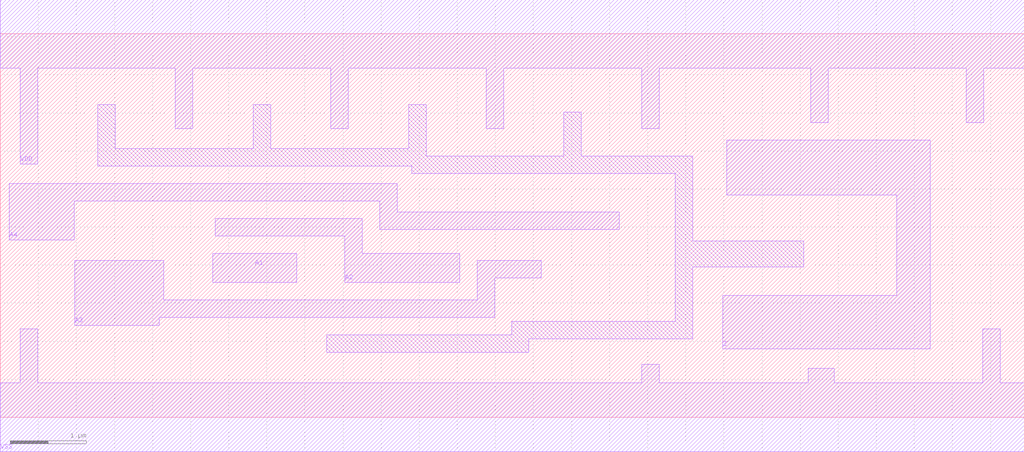
<source format=lef>
# Copyright 2022 GlobalFoundries PDK Authors
#
# Licensed under the Apache License, Version 2.0 (the "License");
# you may not use this file except in compliance with the License.
# You may obtain a copy of the License at
#
#      http://www.apache.org/licenses/LICENSE-2.0
#
# Unless required by applicable law or agreed to in writing, software
# distributed under the License is distributed on an "AS IS" BASIS,
# WITHOUT WARRANTIES OR CONDITIONS OF ANY KIND, either express or implied.
# See the License for the specific language governing permissions and
# limitations under the License.

MACRO gf180mcu_fd_sc_mcu9t5v0__and4_4
  CLASS core ;
  FOREIGN gf180mcu_fd_sc_mcu9t5v0__and4_4 0.0 0.0 ;
  ORIGIN 0 0 ;
  SYMMETRY X Y ;
  SITE GF018hv5v_green_sc9 ;
  SIZE 13.44 BY 5.04 ;
  PIN A1
    DIRECTION INPUT ;
    ANTENNAGATEAREA 2.864 ;
    PORT
      LAYER METAL1 ;
        POLYGON 2.79 1.77 3.89 1.77 3.89 2.15 2.79 2.15  ;
    END
  END A1
  PIN A2
    DIRECTION INPUT ;
    ANTENNAGATEAREA 2.864 ;
    PORT
      LAYER METAL1 ;
        POLYGON 2.825 2.38 4.52 2.38 4.52 1.77 6.03 1.77 6.03 2.15 4.75 2.15 4.75 2.61 2.825 2.61  ;
    END
  END A2
  PIN A3
    DIRECTION INPUT ;
    ANTENNAGATEAREA 2.864 ;
    PORT
      LAYER METAL1 ;
        POLYGON 0.975 1.21 2.09 1.21 2.09 1.31 6.49 1.31 6.49 1.83 7.105 1.83 7.105 2.06 6.26 2.06 6.26 1.54 2.145 1.54 2.145 2.06 0.975 2.06  ;
    END
  END A3
  PIN A4
    DIRECTION INPUT ;
    ANTENNAGATEAREA 2.864 ;
    PORT
      LAYER METAL1 ;
        POLYGON 0.115 2.33 0.97 2.33 0.97 2.84 4.98 2.84 4.98 2.47 8.125 2.47 8.125 2.7 5.21 2.7 5.21 3.07 0.115 3.07  ;
    END
  END A4
  PIN Z
    DIRECTION OUTPUT ;
    ANTENNADIFFAREA 3.276 ;
    PORT
      LAYER METAL1 ;
        POLYGON 9.54 2.92 10.55 2.92 11.77 2.92 11.77 1.6 9.485 1.6 9.485 0.9 12.21 0.9 12.21 3.64 10.55 3.64 9.54 3.64  ;
    END
  END Z
  PIN VDD
    DIRECTION INOUT ;
    USE power ;
    SHAPE ABUTMENT ;
    PORT
      LAYER METAL1 ;
        POLYGON 0 4.59 0.26 4.59 0.26 3.325 0.49 3.325 0.49 4.59 2.3 4.59 2.3 3.795 2.53 3.795 2.53 4.59 4.34 4.59 4.34 3.795 4.57 3.795 4.57 4.59 6.38 4.59 6.38 3.795 6.61 3.795 6.61 4.59 8.42 4.59 8.42 3.795 8.65 3.795 8.65 4.59 10.55 4.59 10.64 4.59 10.64 3.875 10.87 3.875 10.87 4.59 12.68 4.59 12.68 3.875 12.91 3.875 12.91 4.59 13.44 4.59 13.44 5.49 10.55 5.49 0 5.49  ;
    END
  END VDD
  PIN VSS
    DIRECTION INOUT ;
    USE ground ;
    SHAPE ABUTMENT ;
    PORT
      LAYER METAL1 ;
        POLYGON 0 -0.45 13.44 -0.45 13.44 0.45 13.13 0.45 13.13 1.165 12.9 1.165 12.9 0.45 10.945 0.45 10.945 0.64 10.605 0.64 10.605 0.45 8.65 0.45 8.65 0.695 8.42 0.695 8.42 0.45 0.49 0.45 0.49 1.165 0.26 1.165 0.26 0.45 0 0.45  ;
    END
  END VSS
  OBS
      LAYER METAL1 ;
        POLYGON 1.28 3.3 5.4 3.3 5.4 3.2 8.86 3.2 8.86 1.26 6.715 1.26 6.715 1.08 4.285 1.08 4.285 0.85 6.94 0.85 6.94 1.03 9.09 1.03 9.09 1.975 10.55 1.975 10.55 2.315 9.09 2.315 9.09 3.43 7.63 3.43 7.63 4.01 7.4 4.01 7.4 3.43 5.59 3.43 5.59 4.11 5.36 4.11 5.36 3.53 3.55 3.53 3.55 4.11 3.32 4.11 3.32 3.53 1.51 3.53 1.51 4.11 1.28 4.11  ;
  END
END gf180mcu_fd_sc_mcu9t5v0__and4_4

</source>
